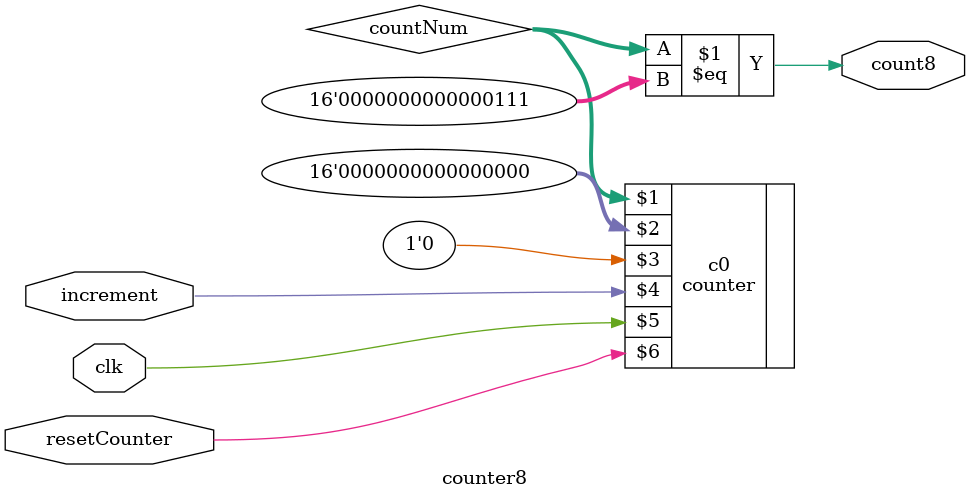
<source format=v>
module counter8(count8,increment,clk,resetCounter);
input increment,clk,resetCounter;
output count8;

wire[15:0] countNum;
counter c0(countNum,16'b0,1'b0,increment,clk,resetCounter);
assign count8 = (countNum == 7);

endmodule

</source>
